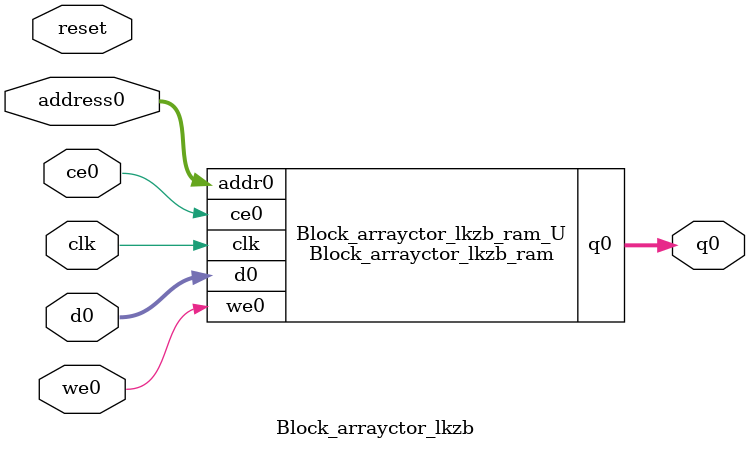
<source format=v>
`timescale 1 ns / 1 ps
module Block_arrayctor_lkzb_ram (addr0, ce0, d0, we0, q0,  clk);

parameter DWIDTH = 5;
parameter AWIDTH = 10;
parameter MEM_SIZE = 924;

input[AWIDTH-1:0] addr0;
input ce0;
input[DWIDTH-1:0] d0;
input we0;
output reg[DWIDTH-1:0] q0;
input clk;

(* ram_style = "block" *)reg [DWIDTH-1:0] ram[0:MEM_SIZE-1];




always @(posedge clk)  
begin 
    if (ce0) begin
        if (we0) 
            ram[addr0] <= d0; 
        q0 <= ram[addr0];
    end
end


endmodule

`timescale 1 ns / 1 ps
module Block_arrayctor_lkzb(
    reset,
    clk,
    address0,
    ce0,
    we0,
    d0,
    q0);

parameter DataWidth = 32'd5;
parameter AddressRange = 32'd924;
parameter AddressWidth = 32'd10;
input reset;
input clk;
input[AddressWidth - 1:0] address0;
input ce0;
input we0;
input[DataWidth - 1:0] d0;
output[DataWidth - 1:0] q0;



Block_arrayctor_lkzb_ram Block_arrayctor_lkzb_ram_U(
    .clk( clk ),
    .addr0( address0 ),
    .ce0( ce0 ),
    .we0( we0 ),
    .d0( d0 ),
    .q0( q0 ));

endmodule


</source>
